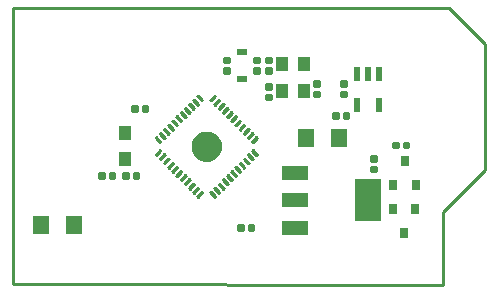
<source format=gbp>
G75*
G70*
%OFA0B0*%
%FSLAX24Y24*%
%IPPOS*%
%LPD*%
%AMOC8*
5,1,8,0,0,1.08239X$1,22.5*
%
%ADD10C,0.0100*%
%ADD11C,0.0125*%
%ADD12R,0.0394X0.0472*%
%ADD13R,0.0217X0.0472*%
%ADD14R,0.0310X0.0350*%
%ADD15R,0.0551X0.0630*%
%ADD16R,0.0413X0.0512*%
%ADD17C,0.0500*%
%ADD18C,0.0087*%
%ADD19R,0.0880X0.0480*%
%ADD20R,0.0866X0.1417*%
%ADD21R,0.0327X0.0248*%
D10*
X001820Y001850D02*
X016150Y001840D01*
X016150Y004250D01*
X017550Y005650D01*
X017550Y009850D01*
X017530Y009870D02*
X016350Y011050D01*
X001820Y011060D01*
X001820Y001850D01*
D11*
X004712Y005387D02*
X004838Y005387D01*
X004712Y005387D02*
X004712Y005513D01*
X004838Y005513D01*
X004838Y005387D01*
X004838Y005511D02*
X004712Y005511D01*
X005062Y005387D02*
X005188Y005387D01*
X005062Y005387D02*
X005062Y005513D01*
X005188Y005513D01*
X005188Y005387D01*
X005188Y005511D02*
X005062Y005511D01*
X005512Y005513D02*
X005638Y005513D01*
X005638Y005387D01*
X005512Y005387D01*
X005512Y005513D01*
X005512Y005511D02*
X005638Y005511D01*
X005862Y005513D02*
X005988Y005513D01*
X005988Y005387D01*
X005862Y005387D01*
X005862Y005513D01*
X005862Y005511D02*
X005988Y005511D01*
X005938Y007743D02*
X005812Y007743D01*
X005938Y007743D02*
X005938Y007617D01*
X005812Y007617D01*
X005812Y007743D01*
X005812Y007741D02*
X005938Y007741D01*
X006162Y007743D02*
X006288Y007743D01*
X006288Y007617D01*
X006162Y007617D01*
X006162Y007743D01*
X006162Y007741D02*
X006288Y007741D01*
X009013Y008892D02*
X009013Y009018D01*
X009013Y008892D02*
X008887Y008892D01*
X008887Y009018D01*
X009013Y009018D01*
X009013Y009016D02*
X008887Y009016D01*
X009013Y009242D02*
X009013Y009368D01*
X009013Y009242D02*
X008887Y009242D01*
X008887Y009368D01*
X009013Y009368D01*
X009013Y009366D02*
X008887Y009366D01*
X010013Y009368D02*
X010013Y009242D01*
X009887Y009242D01*
X009887Y009368D01*
X010013Y009368D01*
X010013Y009366D02*
X009887Y009366D01*
X010413Y009368D02*
X010413Y009242D01*
X010287Y009242D01*
X010287Y009368D01*
X010413Y009368D01*
X010413Y009366D02*
X010287Y009366D01*
X010413Y009018D02*
X010413Y008892D01*
X010287Y008892D01*
X010287Y009018D01*
X010413Y009018D01*
X010413Y009016D02*
X010287Y009016D01*
X010013Y009018D02*
X010013Y008892D01*
X009887Y008892D01*
X009887Y009018D01*
X010013Y009018D01*
X010013Y009016D02*
X009887Y009016D01*
X010287Y008488D02*
X010287Y008362D01*
X010287Y008488D02*
X010413Y008488D01*
X010413Y008362D01*
X010287Y008362D01*
X010287Y008486D02*
X010413Y008486D01*
X010287Y008138D02*
X010287Y008012D01*
X010287Y008138D02*
X010413Y008138D01*
X010413Y008012D01*
X010287Y008012D01*
X010287Y008136D02*
X010413Y008136D01*
X012013Y008112D02*
X012013Y008238D01*
X012013Y008112D02*
X011887Y008112D01*
X011887Y008238D01*
X012013Y008238D01*
X012013Y008236D02*
X011887Y008236D01*
X012013Y008462D02*
X012013Y008588D01*
X012013Y008462D02*
X011887Y008462D01*
X011887Y008588D01*
X012013Y008588D01*
X012013Y008586D02*
X011887Y008586D01*
X012913Y008588D02*
X012913Y008462D01*
X012787Y008462D01*
X012787Y008588D01*
X012913Y008588D01*
X012913Y008586D02*
X012787Y008586D01*
X012913Y008238D02*
X012913Y008112D01*
X012787Y008112D01*
X012787Y008238D01*
X012913Y008238D01*
X012913Y008236D02*
X012787Y008236D01*
X012862Y007513D02*
X012988Y007513D01*
X012988Y007387D01*
X012862Y007387D01*
X012862Y007513D01*
X012862Y007511D02*
X012988Y007511D01*
X012638Y007513D02*
X012512Y007513D01*
X012638Y007513D02*
X012638Y007387D01*
X012512Y007387D01*
X012512Y007513D01*
X012512Y007511D02*
X012638Y007511D01*
X014512Y006407D02*
X014638Y006407D01*
X014512Y006407D02*
X014512Y006533D01*
X014638Y006533D01*
X014638Y006407D01*
X014638Y006531D02*
X014512Y006531D01*
X014862Y006407D02*
X014988Y006407D01*
X014862Y006407D02*
X014862Y006533D01*
X014988Y006533D01*
X014988Y006407D01*
X014988Y006531D02*
X014862Y006531D01*
X013913Y006088D02*
X013913Y005962D01*
X013787Y005962D01*
X013787Y006088D01*
X013913Y006088D01*
X013913Y006086D02*
X013787Y006086D01*
X013913Y005738D02*
X013913Y005612D01*
X013787Y005612D01*
X013787Y005738D01*
X013913Y005738D01*
X013913Y005736D02*
X013787Y005736D01*
X009818Y003657D02*
X009692Y003657D01*
X009692Y003783D01*
X009818Y003783D01*
X009818Y003657D01*
X009818Y003781D02*
X009692Y003781D01*
X009468Y003657D02*
X009342Y003657D01*
X009342Y003783D01*
X009468Y003783D01*
X009468Y003657D01*
X009468Y003781D02*
X009342Y003781D01*
D12*
X005550Y006017D03*
X005550Y006883D03*
D13*
X013276Y007838D03*
X014024Y007838D03*
X014024Y008862D03*
X013650Y008862D03*
X013276Y008862D03*
D14*
X014860Y005950D03*
X014480Y005150D03*
X015240Y005150D03*
X015220Y004350D03*
X014460Y004350D03*
X014840Y003550D03*
D15*
X012681Y006730D03*
X011579Y006730D03*
X003841Y003810D03*
X002739Y003810D03*
D16*
X010786Y008297D03*
X011514Y008297D03*
X011514Y009203D03*
X010786Y009203D03*
D17*
X008000Y006450D02*
X008002Y006481D01*
X008008Y006512D01*
X008018Y006542D01*
X008031Y006570D01*
X008048Y006597D01*
X008068Y006621D01*
X008091Y006643D01*
X008116Y006661D01*
X008144Y006676D01*
X008173Y006688D01*
X008203Y006696D01*
X008234Y006700D01*
X008266Y006700D01*
X008297Y006696D01*
X008327Y006688D01*
X008356Y006676D01*
X008384Y006661D01*
X008409Y006643D01*
X008432Y006621D01*
X008452Y006597D01*
X008469Y006570D01*
X008482Y006542D01*
X008492Y006512D01*
X008498Y006481D01*
X008500Y006450D01*
X008498Y006419D01*
X008492Y006388D01*
X008482Y006358D01*
X008469Y006330D01*
X008452Y006303D01*
X008432Y006279D01*
X008409Y006257D01*
X008384Y006239D01*
X008356Y006224D01*
X008327Y006212D01*
X008297Y006204D01*
X008266Y006200D01*
X008234Y006200D01*
X008203Y006204D01*
X008173Y006212D01*
X008144Y006224D01*
X008116Y006239D01*
X008091Y006257D01*
X008068Y006279D01*
X008048Y006303D01*
X008031Y006330D01*
X008018Y006358D01*
X008008Y006388D01*
X008002Y006419D01*
X008000Y006450D01*
D18*
X007264Y007142D02*
X007118Y007288D01*
X007134Y007304D01*
X007280Y007158D01*
X007264Y007142D01*
X007210Y007228D02*
X007178Y007228D01*
X007257Y007427D02*
X007403Y007281D01*
X007257Y007427D02*
X007273Y007443D01*
X007419Y007297D01*
X007403Y007281D01*
X007349Y007367D02*
X007317Y007367D01*
X007396Y007566D02*
X007542Y007420D01*
X007396Y007566D02*
X007412Y007582D01*
X007558Y007436D01*
X007542Y007420D01*
X007488Y007506D02*
X007456Y007506D01*
X007536Y007705D02*
X007682Y007559D01*
X007536Y007705D02*
X007552Y007721D01*
X007698Y007575D01*
X007682Y007559D01*
X007628Y007645D02*
X007596Y007645D01*
X007675Y007844D02*
X007821Y007698D01*
X007675Y007844D02*
X007691Y007860D01*
X007837Y007714D01*
X007821Y007698D01*
X007767Y007784D02*
X007735Y007784D01*
X007814Y007983D02*
X007960Y007837D01*
X007814Y007983D02*
X007830Y007999D01*
X007976Y007853D01*
X007960Y007837D01*
X007906Y007923D02*
X007874Y007923D01*
X007953Y008123D02*
X008099Y007977D01*
X007953Y008123D02*
X007969Y008139D01*
X008115Y007993D01*
X008099Y007977D01*
X008045Y008063D02*
X008013Y008063D01*
X008385Y007993D02*
X008531Y008139D01*
X008547Y008123D01*
X008401Y007977D01*
X008385Y007993D01*
X008455Y008063D02*
X008487Y008063D01*
X008670Y007999D02*
X008524Y007853D01*
X008670Y007999D02*
X008686Y007983D01*
X008540Y007837D01*
X008524Y007853D01*
X008594Y007923D02*
X008626Y007923D01*
X008809Y007860D02*
X008663Y007714D01*
X008809Y007860D02*
X008825Y007844D01*
X008679Y007698D01*
X008663Y007714D01*
X008733Y007784D02*
X008765Y007784D01*
X008948Y007721D02*
X008802Y007575D01*
X008948Y007721D02*
X008964Y007705D01*
X008818Y007559D01*
X008802Y007575D01*
X008872Y007645D02*
X008904Y007645D01*
X009088Y007582D02*
X008942Y007436D01*
X009088Y007582D02*
X009104Y007566D01*
X008958Y007420D01*
X008942Y007436D01*
X009012Y007506D02*
X009044Y007506D01*
X009227Y007443D02*
X009081Y007297D01*
X009227Y007443D02*
X009243Y007427D01*
X009097Y007281D01*
X009081Y007297D01*
X009151Y007367D02*
X009183Y007367D01*
X009366Y007304D02*
X009220Y007158D01*
X009366Y007304D02*
X009382Y007288D01*
X009236Y007142D01*
X009220Y007158D01*
X009290Y007228D02*
X009322Y007228D01*
X009505Y007164D02*
X009359Y007018D01*
X009505Y007164D02*
X009521Y007148D01*
X009375Y007002D01*
X009359Y007018D01*
X009429Y007088D02*
X009461Y007088D01*
X009644Y007025D02*
X009498Y006879D01*
X009644Y007025D02*
X009660Y007009D01*
X009514Y006863D01*
X009498Y006879D01*
X009568Y006949D02*
X009600Y006949D01*
X009784Y006886D02*
X009638Y006740D01*
X009784Y006886D02*
X009800Y006870D01*
X009654Y006724D01*
X009638Y006740D01*
X009708Y006810D02*
X009740Y006810D01*
X009923Y006747D02*
X009777Y006601D01*
X009923Y006747D02*
X009939Y006731D01*
X009793Y006585D01*
X009777Y006601D01*
X009847Y006671D02*
X009879Y006671D01*
X009793Y006315D02*
X009939Y006169D01*
X009923Y006153D01*
X009777Y006299D01*
X009793Y006315D01*
X009837Y006239D02*
X009869Y006239D01*
X009800Y006030D02*
X009654Y006176D01*
X009800Y006030D02*
X009784Y006014D01*
X009638Y006160D01*
X009654Y006176D01*
X009698Y006100D02*
X009730Y006100D01*
X009660Y005891D02*
X009514Y006037D01*
X009660Y005891D02*
X009644Y005875D01*
X009498Y006021D01*
X009514Y006037D01*
X009558Y005961D02*
X009590Y005961D01*
X009521Y005752D02*
X009375Y005898D01*
X009521Y005752D02*
X009505Y005736D01*
X009359Y005882D01*
X009375Y005898D01*
X009419Y005822D02*
X009451Y005822D01*
X009382Y005612D02*
X009236Y005758D01*
X009382Y005612D02*
X009366Y005596D01*
X009220Y005742D01*
X009236Y005758D01*
X009280Y005682D02*
X009312Y005682D01*
X009243Y005473D02*
X009097Y005619D01*
X009243Y005473D02*
X009227Y005457D01*
X009081Y005603D01*
X009097Y005619D01*
X009141Y005543D02*
X009173Y005543D01*
X009104Y005334D02*
X008958Y005480D01*
X009104Y005334D02*
X009088Y005318D01*
X008942Y005464D01*
X008958Y005480D01*
X009002Y005404D02*
X009034Y005404D01*
X008964Y005195D02*
X008818Y005341D01*
X008964Y005195D02*
X008948Y005179D01*
X008802Y005325D01*
X008818Y005341D01*
X008862Y005265D02*
X008894Y005265D01*
X008825Y005056D02*
X008679Y005202D01*
X008825Y005056D02*
X008809Y005040D01*
X008663Y005186D01*
X008679Y005202D01*
X008723Y005126D02*
X008755Y005126D01*
X008686Y004916D02*
X008540Y005062D01*
X008686Y004916D02*
X008670Y004900D01*
X008524Y005046D01*
X008540Y005062D01*
X008584Y004986D02*
X008616Y004986D01*
X008547Y004777D02*
X008401Y004923D01*
X008547Y004777D02*
X008531Y004761D01*
X008385Y004907D01*
X008401Y004923D01*
X008445Y004847D02*
X008477Y004847D01*
X008115Y004907D02*
X007969Y004761D01*
X007953Y004777D01*
X008099Y004923D01*
X008115Y004907D01*
X008055Y004847D02*
X008023Y004847D01*
X007830Y004900D02*
X007976Y005046D01*
X007830Y004900D02*
X007814Y004916D01*
X007960Y005062D01*
X007976Y005046D01*
X007916Y004986D02*
X007884Y004986D01*
X007691Y005040D02*
X007837Y005186D01*
X007691Y005040D02*
X007675Y005056D01*
X007821Y005202D01*
X007837Y005186D01*
X007777Y005126D02*
X007745Y005126D01*
X007552Y005179D02*
X007698Y005325D01*
X007552Y005179D02*
X007536Y005195D01*
X007682Y005341D01*
X007698Y005325D01*
X007638Y005265D02*
X007606Y005265D01*
X007412Y005318D02*
X007558Y005464D01*
X007412Y005318D02*
X007396Y005334D01*
X007542Y005480D01*
X007558Y005464D01*
X007498Y005404D02*
X007466Y005404D01*
X007273Y005457D02*
X007419Y005603D01*
X007273Y005457D02*
X007257Y005473D01*
X007403Y005619D01*
X007419Y005603D01*
X007359Y005543D02*
X007327Y005543D01*
X007134Y005596D02*
X007280Y005742D01*
X007134Y005596D02*
X007118Y005612D01*
X007264Y005758D01*
X007280Y005742D01*
X007220Y005682D02*
X007188Y005682D01*
X006995Y005736D02*
X007141Y005882D01*
X006995Y005736D02*
X006979Y005752D01*
X007125Y005898D01*
X007141Y005882D01*
X007081Y005822D02*
X007049Y005822D01*
X006856Y005875D02*
X007002Y006021D01*
X006856Y005875D02*
X006840Y005891D01*
X006986Y006037D01*
X007002Y006021D01*
X006942Y005961D02*
X006910Y005961D01*
X006717Y006014D02*
X006863Y006160D01*
X006717Y006014D02*
X006701Y006030D01*
X006847Y006176D01*
X006863Y006160D01*
X006803Y006100D02*
X006771Y006100D01*
X006577Y006153D02*
X006723Y006299D01*
X006577Y006153D02*
X006561Y006169D01*
X006707Y006315D01*
X006723Y006299D01*
X006663Y006239D02*
X006631Y006239D01*
X006707Y006585D02*
X006561Y006731D01*
X006577Y006747D01*
X006723Y006601D01*
X006707Y006585D01*
X006653Y006671D02*
X006621Y006671D01*
X006701Y006870D02*
X006847Y006724D01*
X006701Y006870D02*
X006717Y006886D01*
X006863Y006740D01*
X006847Y006724D01*
X006793Y006810D02*
X006761Y006810D01*
X006840Y007009D02*
X006986Y006863D01*
X006840Y007009D02*
X006856Y007025D01*
X007002Y006879D01*
X006986Y006863D01*
X006932Y006949D02*
X006900Y006949D01*
X006979Y007148D02*
X007125Y007002D01*
X006979Y007148D02*
X006995Y007164D01*
X007141Y007018D01*
X007125Y007002D01*
X007071Y007088D02*
X007039Y007088D01*
D19*
X011200Y005560D03*
X011200Y004650D03*
X011200Y003740D03*
D20*
X013640Y004650D03*
D21*
X009450Y008677D03*
X009450Y009583D03*
M02*

</source>
